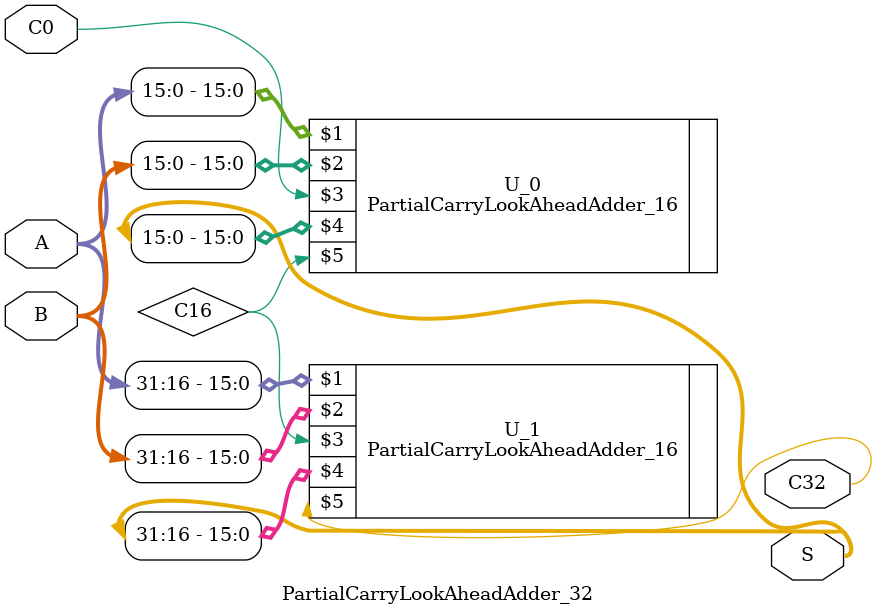
<source format=v>
`timescale 1ns / 1ps


module PartialCarryLookAheadAdder_32(A, B, C0, S, C32);//32Î»¾Ö²¿ÏÈÐÐ½øÎ»¼Ó·¨Æ÷
    input wire [31:0] A;
    input wire [31:0] B;
    input wire C0;
    output wire [31:0] S;
    output wire C32;
    wire C16;
    
    PartialCarryLookAheadAdder_16 U_0(A[15:0],B[15:0],C0,S[15:0],C16);//Çë²¹³äÍêÕû
    PartialCarryLookAheadAdder_16 U_1(A[31:16],B[31:16],C16,S[31:16],C32);//Çë²¹³äÍêÕû
endmodule

</source>
